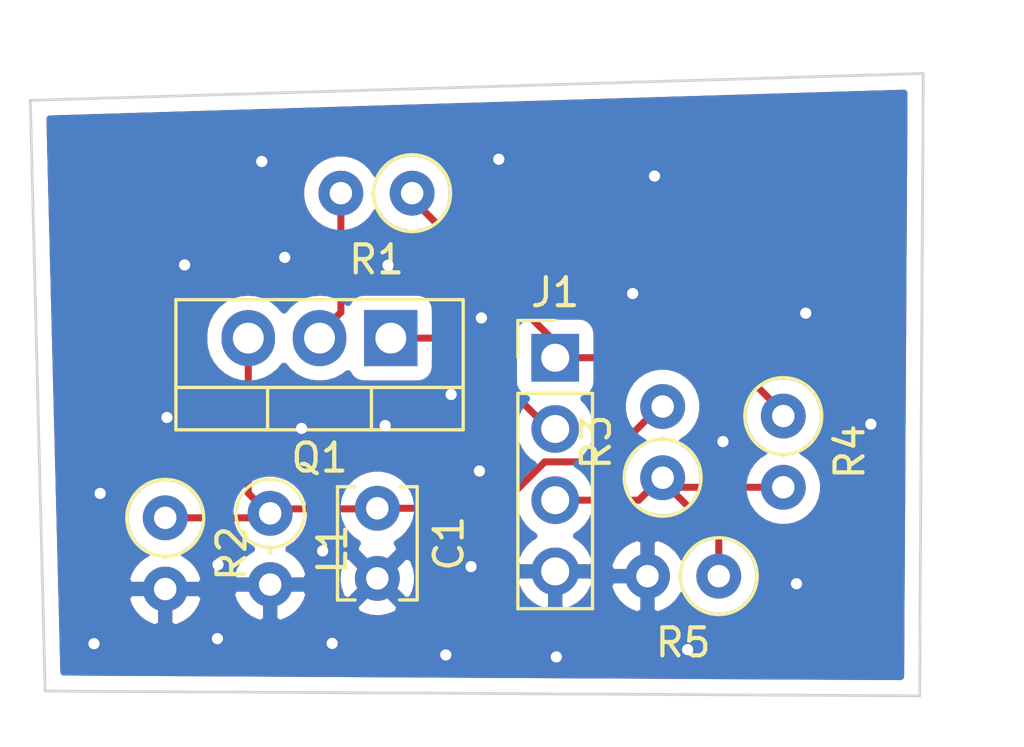
<source format=kicad_pcb>
(kicad_pcb (version 20171130) (host pcbnew 5.99.0+really5.1.10+dfsg1-1)

  (general
    (thickness 1.6)
    (drawings 4)
    (tracks 52)
    (zones 0)
    (modules 9)
    (nets 7)
  )

  (page A4)
  (layers
    (0 F.Cu signal)
    (31 B.Cu signal)
    (32 B.Adhes user)
    (33 F.Adhes user)
    (34 B.Paste user)
    (35 F.Paste user)
    (36 B.SilkS user)
    (37 F.SilkS user)
    (38 B.Mask user)
    (39 F.Mask user)
    (40 Dwgs.User user)
    (41 Cmts.User user)
    (42 Eco1.User user)
    (43 Eco2.User user)
    (44 Edge.Cuts user)
    (45 Margin user)
    (46 B.CrtYd user)
    (47 F.CrtYd user)
    (48 B.Fab user)
    (49 F.Fab user)
  )

  (setup
    (last_trace_width 0.25)
    (trace_clearance 0.2)
    (zone_clearance 0.508)
    (zone_45_only no)
    (trace_min 0.2)
    (via_size 0.8)
    (via_drill 0.4)
    (via_min_size 0.4)
    (via_min_drill 0.3)
    (uvia_size 0.3)
    (uvia_drill 0.1)
    (uvias_allowed no)
    (uvia_min_size 0.2)
    (uvia_min_drill 0.1)
    (edge_width 0.05)
    (segment_width 0.2)
    (pcb_text_width 0.3)
    (pcb_text_size 1.5 1.5)
    (mod_edge_width 0.12)
    (mod_text_size 1 1)
    (mod_text_width 0.15)
    (pad_size 1.524 1.524)
    (pad_drill 0.762)
    (pad_to_mask_clearance 0)
    (aux_axis_origin 0 0)
    (visible_elements FFFFFF7F)
    (pcbplotparams
      (layerselection 0x010f0_ffffffff)
      (usegerberextensions false)
      (usegerberattributes true)
      (usegerberadvancedattributes true)
      (creategerberjobfile true)
      (excludeedgelayer true)
      (linewidth 0.100000)
      (plotframeref false)
      (viasonmask false)
      (mode 1)
      (useauxorigin false)
      (hpglpennumber 1)
      (hpglpenspeed 20)
      (hpglpendiameter 15.000000)
      (psnegative false)
      (psa4output false)
      (plotreference true)
      (plotvalue true)
      (plotinvisibletext false)
      (padsonsilk false)
      (subtractmaskfromsilk false)
      (outputformat 1)
      (mirror false)
      (drillshape 0)
      (scaleselection 1)
      (outputdirectory "../out/"))
  )

  (net 0 "")
  (net 1 GND)
  (net 2 "Net-(C1-Pad1)")
  (net 3 aout)
  (net 4 din)
  (net 5 +3V3)
  (net 6 "Net-(Q1-Pad2)")

  (net_class Default "This is the default net class."
    (clearance 0.2)
    (trace_width 0.25)
    (via_dia 0.8)
    (via_drill 0.4)
    (uvia_dia 0.3)
    (uvia_drill 0.1)
    (add_net +3V3)
    (add_net GND)
    (add_net "Net-(C1-Pad1)")
    (add_net "Net-(Q1-Pad2)")
    (add_net aout)
    (add_net din)
  )

  (module Resistor_THT:R_Axial_DIN0207_L6.3mm_D2.5mm_P2.54mm_Vertical (layer F.Cu) (tedit 5AE5139B) (tstamp 60C2AAF5)
    (at 155.11 73 180)
    (descr "Resistor, Axial_DIN0207 series, Axial, Vertical, pin pitch=2.54mm, 0.25W = 1/4W, length*diameter=6.3*2.5mm^2, http://cdn-reichelt.de/documents/datenblatt/B400/1_4W%23YAG.pdf")
    (tags "Resistor Axial_DIN0207 series Axial Vertical pin pitch 2.54mm 0.25W = 1/4W length 6.3mm diameter 2.5mm")
    (path /60C11B61/60C15660)
    (fp_text reference R5 (at 1.27 -2.37) (layer F.SilkS)
      (effects (font (size 1 1) (thickness 0.15)))
    )
    (fp_text value R (at 1.27 2.37) (layer F.Fab)
      (effects (font (size 1 1) (thickness 0.15)))
    )
    (fp_text user %R (at 1.27 -2.37) (layer F.Fab)
      (effects (font (size 1 1) (thickness 0.15)))
    )
    (fp_circle (center 0 0) (end 1.25 0) (layer F.Fab) (width 0.1))
    (fp_circle (center 0 0) (end 1.37 0) (layer F.SilkS) (width 0.12))
    (fp_line (start 0 0) (end 2.54 0) (layer F.Fab) (width 0.1))
    (fp_line (start 1.37 0) (end 1.44 0) (layer F.SilkS) (width 0.12))
    (fp_line (start -1.5 -1.5) (end -1.5 1.5) (layer F.CrtYd) (width 0.05))
    (fp_line (start -1.5 1.5) (end 3.59 1.5) (layer F.CrtYd) (width 0.05))
    (fp_line (start 3.59 1.5) (end 3.59 -1.5) (layer F.CrtYd) (width 0.05))
    (fp_line (start 3.59 -1.5) (end -1.5 -1.5) (layer F.CrtYd) (width 0.05))
    (pad 2 thru_hole oval (at 2.54 0 180) (size 1.6 1.6) (drill 0.8) (layers *.Cu *.Mask)
      (net 1 GND))
    (pad 1 thru_hole circle (at 0 0 180) (size 1.6 1.6) (drill 0.8) (layers *.Cu *.Mask)
      (net 3 aout))
    (model ${KISYS3DMOD}/Resistor_THT.3dshapes/R_Axial_DIN0207_L6.3mm_D2.5mm_P2.54mm_Vertical.wrl
      (at (xyz 0 0 0))
      (scale (xyz 1 1 1))
      (rotate (xyz 0 0 0))
    )
  )

  (module Resistor_THT:R_Axial_DIN0207_L6.3mm_D2.5mm_P2.54mm_Vertical (layer F.Cu) (tedit 5AE5139B) (tstamp 60C2AAE6)
    (at 157.41 67.29 270)
    (descr "Resistor, Axial_DIN0207 series, Axial, Vertical, pin pitch=2.54mm, 0.25W = 1/4W, length*diameter=6.3*2.5mm^2, http://cdn-reichelt.de/documents/datenblatt/B400/1_4W%23YAG.pdf")
    (tags "Resistor Axial_DIN0207 series Axial Vertical pin pitch 2.54mm 0.25W = 1/4W length 6.3mm diameter 2.5mm")
    (path /60C11B61/60C152A8)
    (fp_text reference R4 (at 1.27 -2.37 90) (layer F.SilkS)
      (effects (font (size 1 1) (thickness 0.15)))
    )
    (fp_text value R (at 1.27 2.37 90) (layer F.Fab)
      (effects (font (size 1 1) (thickness 0.15)))
    )
    (fp_text user %R (at 1.27 -2.37 90) (layer F.Fab)
      (effects (font (size 1 1) (thickness 0.15)))
    )
    (fp_circle (center 0 0) (end 1.25 0) (layer F.Fab) (width 0.1))
    (fp_circle (center 0 0) (end 1.37 0) (layer F.SilkS) (width 0.12))
    (fp_line (start 0 0) (end 2.54 0) (layer F.Fab) (width 0.1))
    (fp_line (start 1.37 0) (end 1.44 0) (layer F.SilkS) (width 0.12))
    (fp_line (start -1.5 -1.5) (end -1.5 1.5) (layer F.CrtYd) (width 0.05))
    (fp_line (start -1.5 1.5) (end 3.59 1.5) (layer F.CrtYd) (width 0.05))
    (fp_line (start 3.59 1.5) (end 3.59 -1.5) (layer F.CrtYd) (width 0.05))
    (fp_line (start 3.59 -1.5) (end -1.5 -1.5) (layer F.CrtYd) (width 0.05))
    (pad 2 thru_hole oval (at 2.54 0 270) (size 1.6 1.6) (drill 0.8) (layers *.Cu *.Mask)
      (net 3 aout))
    (pad 1 thru_hole circle (at 0 0 270) (size 1.6 1.6) (drill 0.8) (layers *.Cu *.Mask)
      (net 5 +3V3))
    (model ${KISYS3DMOD}/Resistor_THT.3dshapes/R_Axial_DIN0207_L6.3mm_D2.5mm_P2.54mm_Vertical.wrl
      (at (xyz 0 0 0))
      (scale (xyz 1 1 1))
      (rotate (xyz 0 0 0))
    )
  )

  (module Resistor_THT:R_Axial_DIN0207_L6.3mm_D2.5mm_P2.54mm_Vertical (layer F.Cu) (tedit 5AE5139B) (tstamp 60C2AAD7)
    (at 153.11 69.49 90)
    (descr "Resistor, Axial_DIN0207 series, Axial, Vertical, pin pitch=2.54mm, 0.25W = 1/4W, length*diameter=6.3*2.5mm^2, http://cdn-reichelt.de/documents/datenblatt/B400/1_4W%23YAG.pdf")
    (tags "Resistor Axial_DIN0207 series Axial Vertical pin pitch 2.54mm 0.25W = 1/4W length 6.3mm diameter 2.5mm")
    (path /60C11B61/60C14E91)
    (fp_text reference R3 (at 1.27 -2.37 90) (layer F.SilkS)
      (effects (font (size 1 1) (thickness 0.15)))
    )
    (fp_text value R (at 1.27 2.37 90) (layer F.Fab)
      (effects (font (size 1 1) (thickness 0.15)))
    )
    (fp_text user %R (at 1.27 -2.37 90) (layer F.Fab)
      (effects (font (size 1 1) (thickness 0.15)))
    )
    (fp_circle (center 0 0) (end 1.25 0) (layer F.Fab) (width 0.1))
    (fp_circle (center 0 0) (end 1.37 0) (layer F.SilkS) (width 0.12))
    (fp_line (start 0 0) (end 2.54 0) (layer F.Fab) (width 0.1))
    (fp_line (start 1.37 0) (end 1.44 0) (layer F.SilkS) (width 0.12))
    (fp_line (start -1.5 -1.5) (end -1.5 1.5) (layer F.CrtYd) (width 0.05))
    (fp_line (start -1.5 1.5) (end 3.59 1.5) (layer F.CrtYd) (width 0.05))
    (fp_line (start 3.59 1.5) (end 3.59 -1.5) (layer F.CrtYd) (width 0.05))
    (fp_line (start 3.59 -1.5) (end -1.5 -1.5) (layer F.CrtYd) (width 0.05))
    (pad 2 thru_hole oval (at 2.54 0 90) (size 1.6 1.6) (drill 0.8) (layers *.Cu *.Mask)
      (net 2 "Net-(C1-Pad1)"))
    (pad 1 thru_hole circle (at 0 0 90) (size 1.6 1.6) (drill 0.8) (layers *.Cu *.Mask)
      (net 3 aout))
    (model ${KISYS3DMOD}/Resistor_THT.3dshapes/R_Axial_DIN0207_L6.3mm_D2.5mm_P2.54mm_Vertical.wrl
      (at (xyz 0 0 0))
      (scale (xyz 1 1 1))
      (rotate (xyz 0 0 0))
    )
  )

  (module Resistor_THT:R_Axial_DIN0207_L6.3mm_D2.5mm_P2.54mm_Vertical (layer F.Cu) (tedit 5AE5139B) (tstamp 60C2AAC8)
    (at 135.38 70.92 270)
    (descr "Resistor, Axial_DIN0207 series, Axial, Vertical, pin pitch=2.54mm, 0.25W = 1/4W, length*diameter=6.3*2.5mm^2, http://cdn-reichelt.de/documents/datenblatt/B400/1_4W%23YAG.pdf")
    (tags "Resistor Axial_DIN0207 series Axial Vertical pin pitch 2.54mm 0.25W = 1/4W length 6.3mm diameter 2.5mm")
    (path /60C11B61/60C12C69)
    (fp_text reference R2 (at 1.27 -2.37 90) (layer F.SilkS)
      (effects (font (size 1 1) (thickness 0.15)))
    )
    (fp_text value R (at 1.27 2.37 90) (layer F.Fab)
      (effects (font (size 1 1) (thickness 0.15)))
    )
    (fp_text user %R (at 1.27 -2.37 90) (layer F.Fab)
      (effects (font (size 1 1) (thickness 0.15)))
    )
    (fp_circle (center 0 0) (end 1.25 0) (layer F.Fab) (width 0.1))
    (fp_circle (center 0 0) (end 1.37 0) (layer F.SilkS) (width 0.12))
    (fp_line (start 0 0) (end 2.54 0) (layer F.Fab) (width 0.1))
    (fp_line (start 1.37 0) (end 1.44 0) (layer F.SilkS) (width 0.12))
    (fp_line (start -1.5 -1.5) (end -1.5 1.5) (layer F.CrtYd) (width 0.05))
    (fp_line (start -1.5 1.5) (end 3.59 1.5) (layer F.CrtYd) (width 0.05))
    (fp_line (start 3.59 1.5) (end 3.59 -1.5) (layer F.CrtYd) (width 0.05))
    (fp_line (start 3.59 -1.5) (end -1.5 -1.5) (layer F.CrtYd) (width 0.05))
    (pad 2 thru_hole oval (at 2.54 0 270) (size 1.6 1.6) (drill 0.8) (layers *.Cu *.Mask)
      (net 1 GND))
    (pad 1 thru_hole circle (at 0 0 270) (size 1.6 1.6) (drill 0.8) (layers *.Cu *.Mask)
      (net 2 "Net-(C1-Pad1)"))
    (model ${KISYS3DMOD}/Resistor_THT.3dshapes/R_Axial_DIN0207_L6.3mm_D2.5mm_P2.54mm_Vertical.wrl
      (at (xyz 0 0 0))
      (scale (xyz 1 1 1))
      (rotate (xyz 0 0 0))
    )
  )

  (module Resistor_THT:R_Axial_DIN0207_L6.3mm_D2.5mm_P2.54mm_Vertical (layer F.Cu) (tedit 5AE5139B) (tstamp 60C2AAB9)
    (at 144.18 59.34 180)
    (descr "Resistor, Axial_DIN0207 series, Axial, Vertical, pin pitch=2.54mm, 0.25W = 1/4W, length*diameter=6.3*2.5mm^2, http://cdn-reichelt.de/documents/datenblatt/B400/1_4W%23YAG.pdf")
    (tags "Resistor Axial_DIN0207 series Axial Vertical pin pitch 2.54mm 0.25W = 1/4W length 6.3mm diameter 2.5mm")
    (path /60C11B61/60C12EAB)
    (fp_text reference R1 (at 1.27 -2.37) (layer F.SilkS)
      (effects (font (size 1 1) (thickness 0.15)))
    )
    (fp_text value R (at 1.27 2.37) (layer F.Fab)
      (effects (font (size 1 1) (thickness 0.15)))
    )
    (fp_text user %R (at 1.27 -2.37) (layer F.Fab)
      (effects (font (size 1 1) (thickness 0.15)))
    )
    (fp_circle (center 0 0) (end 1.25 0) (layer F.Fab) (width 0.1))
    (fp_circle (center 0 0) (end 1.37 0) (layer F.SilkS) (width 0.12))
    (fp_line (start 0 0) (end 2.54 0) (layer F.Fab) (width 0.1))
    (fp_line (start 1.37 0) (end 1.44 0) (layer F.SilkS) (width 0.12))
    (fp_line (start -1.5 -1.5) (end -1.5 1.5) (layer F.CrtYd) (width 0.05))
    (fp_line (start -1.5 1.5) (end 3.59 1.5) (layer F.CrtYd) (width 0.05))
    (fp_line (start 3.59 1.5) (end 3.59 -1.5) (layer F.CrtYd) (width 0.05))
    (fp_line (start 3.59 -1.5) (end -1.5 -1.5) (layer F.CrtYd) (width 0.05))
    (pad 2 thru_hole oval (at 2.54 0 180) (size 1.6 1.6) (drill 0.8) (layers *.Cu *.Mask)
      (net 6 "Net-(Q1-Pad2)"))
    (pad 1 thru_hole circle (at 0 0 180) (size 1.6 1.6) (drill 0.8) (layers *.Cu *.Mask)
      (net 5 +3V3))
    (model ${KISYS3DMOD}/Resistor_THT.3dshapes/R_Axial_DIN0207_L6.3mm_D2.5mm_P2.54mm_Vertical.wrl
      (at (xyz 0 0 0))
      (scale (xyz 1 1 1))
      (rotate (xyz 0 0 0))
    )
  )

  (module Package_TO_SOT_THT:TO-220-3_Vertical (layer F.Cu) (tedit 5AC8BA0D) (tstamp 60C2AAAA)
    (at 143.42 64.51 180)
    (descr "TO-220-3, Vertical, RM 2.54mm, see https://www.vishay.com/docs/66542/to-220-1.pdf")
    (tags "TO-220-3 Vertical RM 2.54mm")
    (path /60C11B61/60C127AE)
    (fp_text reference Q1 (at 2.54 -4.27) (layer F.SilkS)
      (effects (font (size 1 1) (thickness 0.15)))
    )
    (fp_text value FQP27P06 (at 2.54 2.5) (layer F.Fab)
      (effects (font (size 1 1) (thickness 0.15)))
    )
    (fp_text user %R (at 2.54 -4.27) (layer F.Fab)
      (effects (font (size 1 1) (thickness 0.15)))
    )
    (fp_line (start -2.46 -3.15) (end -2.46 1.25) (layer F.Fab) (width 0.1))
    (fp_line (start -2.46 1.25) (end 7.54 1.25) (layer F.Fab) (width 0.1))
    (fp_line (start 7.54 1.25) (end 7.54 -3.15) (layer F.Fab) (width 0.1))
    (fp_line (start 7.54 -3.15) (end -2.46 -3.15) (layer F.Fab) (width 0.1))
    (fp_line (start -2.46 -1.88) (end 7.54 -1.88) (layer F.Fab) (width 0.1))
    (fp_line (start 0.69 -3.15) (end 0.69 -1.88) (layer F.Fab) (width 0.1))
    (fp_line (start 4.39 -3.15) (end 4.39 -1.88) (layer F.Fab) (width 0.1))
    (fp_line (start -2.58 -3.27) (end 7.66 -3.27) (layer F.SilkS) (width 0.12))
    (fp_line (start -2.58 1.371) (end 7.66 1.371) (layer F.SilkS) (width 0.12))
    (fp_line (start -2.58 -3.27) (end -2.58 1.371) (layer F.SilkS) (width 0.12))
    (fp_line (start 7.66 -3.27) (end 7.66 1.371) (layer F.SilkS) (width 0.12))
    (fp_line (start -2.58 -1.76) (end 7.66 -1.76) (layer F.SilkS) (width 0.12))
    (fp_line (start 0.69 -3.27) (end 0.69 -1.76) (layer F.SilkS) (width 0.12))
    (fp_line (start 4.391 -3.27) (end 4.391 -1.76) (layer F.SilkS) (width 0.12))
    (fp_line (start -2.71 -3.4) (end -2.71 1.51) (layer F.CrtYd) (width 0.05))
    (fp_line (start -2.71 1.51) (end 7.79 1.51) (layer F.CrtYd) (width 0.05))
    (fp_line (start 7.79 1.51) (end 7.79 -3.4) (layer F.CrtYd) (width 0.05))
    (fp_line (start 7.79 -3.4) (end -2.71 -3.4) (layer F.CrtYd) (width 0.05))
    (pad 3 thru_hole oval (at 5.08 0 180) (size 1.905 2) (drill 1.1) (layers *.Cu *.Mask)
      (net 2 "Net-(C1-Pad1)"))
    (pad 2 thru_hole oval (at 2.54 0 180) (size 1.905 2) (drill 1.1) (layers *.Cu *.Mask)
      (net 6 "Net-(Q1-Pad2)"))
    (pad 1 thru_hole rect (at 0 0 180) (size 1.905 2) (drill 1.1) (layers *.Cu *.Mask)
      (net 4 din))
    (model ${KISYS3DMOD}/Package_TO_SOT_THT.3dshapes/TO-220-3_Vertical.wrl
      (at (xyz 0 0 0))
      (scale (xyz 1 1 1))
      (rotate (xyz 0 0 0))
    )
  )

  (module Inductor_THT:L_Axial_L5.3mm_D2.2mm_P2.54mm_Vertical_Vishay_IM-1 (layer F.Cu) (tedit 5AE59B05) (tstamp 60C2AA90)
    (at 139.12 70.76 270)
    (descr "Inductor, Axial series, Axial, Vertical, pin pitch=2.54mm, , length*diameter=5.3*2.2mm^2, Vishay, IM-1, http://www.vishay.com/docs/34030/im.pdf")
    (tags "Inductor Axial series Axial Vertical pin pitch 2.54mm  length 5.3mm diameter 2.2mm Vishay IM-1")
    (path /60C11B61/60C1394D)
    (fp_text reference L1 (at 1.27 -2.22 90) (layer F.SilkS)
      (effects (font (size 1 1) (thickness 0.15)))
    )
    (fp_text value L (at 1.27 2.22 90) (layer F.Fab)
      (effects (font (size 1 1) (thickness 0.15)))
    )
    (fp_text user %R (at 1.27 -2.22 90) (layer F.Fab)
      (effects (font (size 1 1) (thickness 0.15)))
    )
    (fp_circle (center 0 0) (end 1.1 0) (layer F.Fab) (width 0.1))
    (fp_circle (center 0 0) (end 1.22 0) (layer F.SilkS) (width 0.12))
    (fp_line (start 0 0) (end 2.54 0) (layer F.Fab) (width 0.1))
    (fp_line (start 1.22 0) (end 1.44 0) (layer F.SilkS) (width 0.12))
    (fp_line (start -1.35 -1.35) (end -1.35 1.35) (layer F.CrtYd) (width 0.05))
    (fp_line (start -1.35 1.35) (end 3.59 1.35) (layer F.CrtYd) (width 0.05))
    (fp_line (start 3.59 1.35) (end 3.59 -1.35) (layer F.CrtYd) (width 0.05))
    (fp_line (start 3.59 -1.35) (end -1.35 -1.35) (layer F.CrtYd) (width 0.05))
    (pad 2 thru_hole oval (at 2.54 0 270) (size 1.6 1.6) (drill 0.8) (layers *.Cu *.Mask)
      (net 1 GND))
    (pad 1 thru_hole circle (at 0 0 270) (size 1.6 1.6) (drill 0.8) (layers *.Cu *.Mask)
      (net 2 "Net-(C1-Pad1)"))
    (model ${KISYS3DMOD}/Inductor_THT.3dshapes/L_Axial_L5.3mm_D2.2mm_P2.54mm_Vertical_Vishay_IM-1.wrl
      (at (xyz 0 0 0))
      (scale (xyz 1 1 1))
      (rotate (xyz 0 0 0))
    )
  )

  (module Connector_PinHeader_2.54mm:PinHeader_1x04_P2.54mm_Vertical (layer F.Cu) (tedit 59FED5CC) (tstamp 60C2AA81)
    (at 149.28 65.21)
    (descr "Through hole straight pin header, 1x04, 2.54mm pitch, single row")
    (tags "Through hole pin header THT 1x04 2.54mm single row")
    (path /60C11B61/60C2805B)
    (fp_text reference J1 (at 0 -2.33) (layer F.SilkS)
      (effects (font (size 1 1) (thickness 0.15)))
    )
    (fp_text value Conn_01x04_Male (at 0 9.95) (layer F.Fab)
      (effects (font (size 1 1) (thickness 0.15)))
    )
    (fp_text user %R (at 0 3.81 90) (layer F.Fab)
      (effects (font (size 1 1) (thickness 0.15)))
    )
    (fp_line (start -0.635 -1.27) (end 1.27 -1.27) (layer F.Fab) (width 0.1))
    (fp_line (start 1.27 -1.27) (end 1.27 8.89) (layer F.Fab) (width 0.1))
    (fp_line (start 1.27 8.89) (end -1.27 8.89) (layer F.Fab) (width 0.1))
    (fp_line (start -1.27 8.89) (end -1.27 -0.635) (layer F.Fab) (width 0.1))
    (fp_line (start -1.27 -0.635) (end -0.635 -1.27) (layer F.Fab) (width 0.1))
    (fp_line (start -1.33 8.95) (end 1.33 8.95) (layer F.SilkS) (width 0.12))
    (fp_line (start -1.33 1.27) (end -1.33 8.95) (layer F.SilkS) (width 0.12))
    (fp_line (start 1.33 1.27) (end 1.33 8.95) (layer F.SilkS) (width 0.12))
    (fp_line (start -1.33 1.27) (end 1.33 1.27) (layer F.SilkS) (width 0.12))
    (fp_line (start -1.33 0) (end -1.33 -1.33) (layer F.SilkS) (width 0.12))
    (fp_line (start -1.33 -1.33) (end 0 -1.33) (layer F.SilkS) (width 0.12))
    (fp_line (start -1.8 -1.8) (end -1.8 9.4) (layer F.CrtYd) (width 0.05))
    (fp_line (start -1.8 9.4) (end 1.8 9.4) (layer F.CrtYd) (width 0.05))
    (fp_line (start 1.8 9.4) (end 1.8 -1.8) (layer F.CrtYd) (width 0.05))
    (fp_line (start 1.8 -1.8) (end -1.8 -1.8) (layer F.CrtYd) (width 0.05))
    (pad 4 thru_hole oval (at 0 7.62) (size 1.7 1.7) (drill 1) (layers *.Cu *.Mask)
      (net 1 GND))
    (pad 3 thru_hole oval (at 0 5.08) (size 1.7 1.7) (drill 1) (layers *.Cu *.Mask)
      (net 3 aout))
    (pad 2 thru_hole oval (at 0 2.54) (size 1.7 1.7) (drill 1) (layers *.Cu *.Mask)
      (net 4 din))
    (pad 1 thru_hole rect (at 0 0) (size 1.7 1.7) (drill 1) (layers *.Cu *.Mask)
      (net 5 +3V3))
    (model ${KISYS3DMOD}/Connector_PinHeader_2.54mm.3dshapes/PinHeader_1x04_P2.54mm_Vertical.wrl
      (at (xyz 0 0 0))
      (scale (xyz 1 1 1))
      (rotate (xyz 0 0 0))
    )
  )

  (module Capacitor_THT:C_Disc_D3.8mm_W2.6mm_P2.50mm (layer F.Cu) (tedit 5AE50EF0) (tstamp 60C2AA69)
    (at 142.94 70.58 270)
    (descr "C, Disc series, Radial, pin pitch=2.50mm, , diameter*width=3.8*2.6mm^2, Capacitor, http://www.vishay.com/docs/45233/krseries.pdf")
    (tags "C Disc series Radial pin pitch 2.50mm  diameter 3.8mm width 2.6mm Capacitor")
    (path /60C11B61/60C143B1)
    (fp_text reference C1 (at 1.25 -2.55 90) (layer F.SilkS)
      (effects (font (size 1 1) (thickness 0.15)))
    )
    (fp_text value C (at 1.25 2.55 90) (layer F.Fab)
      (effects (font (size 1 1) (thickness 0.15)))
    )
    (fp_text user %R (at 1.25 0 90) (layer F.Fab)
      (effects (font (size 0.76 0.76) (thickness 0.114)))
    )
    (fp_line (start -0.65 -1.3) (end -0.65 1.3) (layer F.Fab) (width 0.1))
    (fp_line (start -0.65 1.3) (end 3.15 1.3) (layer F.Fab) (width 0.1))
    (fp_line (start 3.15 1.3) (end 3.15 -1.3) (layer F.Fab) (width 0.1))
    (fp_line (start 3.15 -1.3) (end -0.65 -1.3) (layer F.Fab) (width 0.1))
    (fp_line (start -0.77 -1.42) (end 3.27 -1.42) (layer F.SilkS) (width 0.12))
    (fp_line (start -0.77 1.42) (end 3.27 1.42) (layer F.SilkS) (width 0.12))
    (fp_line (start -0.77 -1.42) (end -0.77 -0.795) (layer F.SilkS) (width 0.12))
    (fp_line (start -0.77 0.795) (end -0.77 1.42) (layer F.SilkS) (width 0.12))
    (fp_line (start 3.27 -1.42) (end 3.27 -0.795) (layer F.SilkS) (width 0.12))
    (fp_line (start 3.27 0.795) (end 3.27 1.42) (layer F.SilkS) (width 0.12))
    (fp_line (start -1.05 -1.55) (end -1.05 1.55) (layer F.CrtYd) (width 0.05))
    (fp_line (start -1.05 1.55) (end 3.55 1.55) (layer F.CrtYd) (width 0.05))
    (fp_line (start 3.55 1.55) (end 3.55 -1.55) (layer F.CrtYd) (width 0.05))
    (fp_line (start 3.55 -1.55) (end -1.05 -1.55) (layer F.CrtYd) (width 0.05))
    (pad 2 thru_hole circle (at 2.5 0 270) (size 1.6 1.6) (drill 0.8) (layers *.Cu *.Mask)
      (net 1 GND))
    (pad 1 thru_hole circle (at 0 0 270) (size 1.6 1.6) (drill 0.8) (layers *.Cu *.Mask)
      (net 2 "Net-(C1-Pad1)"))
    (model ${KISYS3DMOD}/Capacitor_THT.3dshapes/C_Disc_D3.8mm_W2.6mm_P2.50mm.wrl
      (at (xyz 0 0 0))
      (scale (xyz 1 1 1))
      (rotate (xyz 0 0 0))
    )
  )

  (gr_line (start 162.4 55.07) (end 162.27 77.27) (layer Edge.Cuts) (width 0.1))
  (gr_line (start 130.57 56.03) (end 162.4 55.07) (layer Edge.Cuts) (width 0.1))
  (gr_line (start 131.1 77.1) (end 130.57 56.03) (layer Edge.Cuts) (width 0.1))
  (gr_line (start 162.27 77.27) (end 131.1 77.1) (layer Edge.Cuts) (width 0.1))

  (via (at 146.58 69.25) (size 0.8) (drill 0.4) (layers F.Cu B.Cu) (net 1))
  (via (at 145.57 66.52) (size 0.8) (drill 0.4) (layers F.Cu B.Cu) (net 1))
  (via (at 140.24 67.73) (size 0.8) (drill 0.4) (layers F.Cu B.Cu) (net 1))
  (via (at 143.22 67.63) (size 0.8) (drill 0.4) (layers F.Cu B.Cu) (net 1))
  (via (at 143.32 61.91) (size 0.8) (drill 0.4) (layers F.Cu B.Cu) (net 1))
  (via (at 155.26 68.2) (size 0.8) (drill 0.4) (layers F.Cu B.Cu) (net 1))
  (via (at 146.65 63.79) (size 0.8) (drill 0.4) (layers F.Cu B.Cu) (net 1))
  (via (at 152.82 58.73) (size 0.8) (drill 0.4) (layers F.Cu B.Cu) (net 1))
  (via (at 147.27 58.13) (size 0.8) (drill 0.4) (layers F.Cu B.Cu) (net 1))
  (via (at 152.04 62.92) (size 0.8) (drill 0.4) (layers F.Cu B.Cu) (net 1))
  (via (at 158.21 63.62) (size 0.8) (drill 0.4) (layers F.Cu B.Cu) (net 1))
  (via (at 160.53 67.58) (size 0.8) (drill 0.4) (layers F.Cu B.Cu) (net 1))
  (via (at 157.88 73.27) (size 0.8) (drill 0.4) (layers F.Cu B.Cu) (net 1))
  (via (at 154 75.62) (size 0.8) (drill 0.4) (layers F.Cu B.Cu) (net 1))
  (via (at 149.32 75.88) (size 0.8) (drill 0.4) (layers F.Cu B.Cu) (net 1))
  (via (at 146.28 72.66) (size 0.8) (drill 0.4) (layers F.Cu B.Cu) (net 1))
  (via (at 140.99 72.1) (size 0.8) (drill 0.4) (layers F.Cu B.Cu) (net 1))
  (via (at 137.26 72.59) (size 0.8) (drill 0.4) (layers F.Cu B.Cu) (net 1))
  (via (at 135.44 67.34) (size 0.8) (drill 0.4) (layers F.Cu B.Cu) (net 1))
  (via (at 136.07 61.9) (size 0.8) (drill 0.4) (layers F.Cu B.Cu) (net 1))
  (via (at 139.64 61.63) (size 0.8) (drill 0.4) (layers F.Cu B.Cu) (net 1))
  (via (at 138.82 58.21) (size 0.8) (drill 0.4) (layers F.Cu B.Cu) (net 1))
  (via (at 133.06 70.05) (size 0.8) (drill 0.4) (layers F.Cu B.Cu) (net 1))
  (via (at 132.84 75.41) (size 0.8) (drill 0.4) (layers F.Cu B.Cu) (net 1))
  (via (at 137.24 75.23) (size 0.8) (drill 0.4) (layers F.Cu B.Cu) (net 1))
  (via (at 141.33 75.4) (size 0.8) (drill 0.4) (layers F.Cu B.Cu) (net 1))
  (via (at 145.38 75.81) (size 0.8) (drill 0.4) (layers F.Cu B.Cu) (net 1))
  (segment (start 148.905997 68.925001) (end 151.024999 68.925001) (width 0.25) (layer F.Cu) (net 2))
  (segment (start 147.250998 70.58) (end 148.905997 68.925001) (width 0.25) (layer F.Cu) (net 2))
  (segment (start 142.94 70.58) (end 147.250998 70.58) (width 0.25) (layer F.Cu) (net 2))
  (segment (start 151.024999 68.925001) (end 153 66.95) (width 0.25) (layer F.Cu) (net 2))
  (segment (start 135.38 70.92) (end 138.95 70.92) (width 0.25) (layer F.Cu) (net 2))
  (segment (start 138.95 70.92) (end 139.03 70.84) (width 0.25) (layer F.Cu) (net 2))
  (segment (start 139.03 70.84) (end 139.27 70.6) (width 0.25) (layer F.Cu) (net 2))
  (segment (start 139.27 70.6) (end 142.82 70.6) (width 0.25) (layer F.Cu) (net 2))
  (segment (start 138.34 64.51) (end 138.34 70.04) (width 0.25) (layer F.Cu) (net 2))
  (segment (start 138.34 70.04) (end 139.01 70.71) (width 0.25) (layer F.Cu) (net 2))
  (segment (start 157.41 69.83) (end 153.35 69.83) (width 0.25) (layer F.Cu) (net 3))
  (segment (start 153.35 69.83) (end 153.04 69.52) (width 0.25) (layer F.Cu) (net 3))
  (segment (start 155.11 73) (end 155.11 71.61) (width 0.25) (layer F.Cu) (net 3))
  (segment (start 155.11 71.61) (end 153.1 69.6) (width 0.25) (layer F.Cu) (net 3))
  (segment (start 149.28 70.29) (end 152.26 70.29) (width 0.25) (layer F.Cu) (net 3))
  (segment (start 152.26 70.29) (end 152.98 69.57) (width 0.25) (layer F.Cu) (net 3))
  (segment (start 143.42 64.51) (end 145.82 64.51) (width 0.25) (layer F.Cu) (net 4))
  (segment (start 145.82 64.51) (end 149.12 67.81) (width 0.25) (layer F.Cu) (net 4))
  (segment (start 149.28 65.21) (end 149.28 64.65) (width 0.25) (layer F.Cu) (net 5))
  (segment (start 149.28 64.65) (end 144.14 59.51) (width 0.25) (layer F.Cu) (net 5))
  (segment (start 149.28 65.21) (end 155.45 65.21) (width 0.25) (layer F.Cu) (net 5))
  (segment (start 155.45 65.21) (end 157.39 67.15) (width 0.25) (layer F.Cu) (net 5))
  (segment (start 157.39 67.15) (end 157.41 67.15) (width 0.25) (layer F.Cu) (net 5))
  (segment (start 141.64 59.34) (end 141.64 63.59) (width 0.25) (layer F.Cu) (net 6))
  (segment (start 141.64 63.59) (end 140.91 64.32) (width 0.25) (layer F.Cu) (net 6))

  (zone (net 1) (net_name GND) (layer F.Cu) (tstamp 60C2B0BD) (hatch edge 0.508)
    (connect_pads (clearance 0.508))
    (min_thickness 0.254)
    (fill yes (arc_segments 32) (thermal_gap 0.508) (thermal_bridge_width 0.508))
    (polygon
      (pts
        (xy 163.08 77.7) (xy 129.49 77.65) (xy 129.59 55.08) (xy 163.23 54.09)
      )
    )
    (filled_polygon
      (pts
        (xy 161.589022 76.581276) (xy 131.768077 76.418634) (xy 131.702435 73.80904) (xy 133.988091 73.80904) (xy 134.08293 74.073881)
        (xy 134.227615 74.315131) (xy 134.416586 74.523519) (xy 134.64258 74.691037) (xy 134.896913 74.811246) (xy 135.030961 74.851904)
        (xy 135.253 74.729915) (xy 135.253 73.587) (xy 135.507 73.587) (xy 135.507 74.729915) (xy 135.729039 74.851904)
        (xy 135.863087 74.811246) (xy 136.11742 74.691037) (xy 136.343414 74.523519) (xy 136.532385 74.315131) (xy 136.67707 74.073881)
        (xy 136.771909 73.80904) (xy 136.684513 73.64904) (xy 137.728091 73.64904) (xy 137.82293 73.913881) (xy 137.967615 74.155131)
        (xy 138.156586 74.363519) (xy 138.38258 74.531037) (xy 138.636913 74.651246) (xy 138.770961 74.691904) (xy 138.993 74.569915)
        (xy 138.993 73.427) (xy 139.247 73.427) (xy 139.247 74.569915) (xy 139.469039 74.691904) (xy 139.603087 74.651246)
        (xy 139.85742 74.531037) (xy 140.083414 74.363519) (xy 140.272385 74.155131) (xy 140.32182 74.072702) (xy 142.126903 74.072702)
        (xy 142.198486 74.316671) (xy 142.453996 74.437571) (xy 142.728184 74.5063) (xy 143.010512 74.520217) (xy 143.29013 74.478787)
        (xy 143.556292 74.383603) (xy 143.681514 74.316671) (xy 143.753097 74.072702) (xy 142.94 73.259605) (xy 142.126903 74.072702)
        (xy 140.32182 74.072702) (xy 140.41707 73.913881) (xy 140.511909 73.64904) (xy 140.390624 73.427) (xy 139.247 73.427)
        (xy 138.993 73.427) (xy 137.849376 73.427) (xy 137.728091 73.64904) (xy 136.684513 73.64904) (xy 136.650624 73.587)
        (xy 135.507 73.587) (xy 135.253 73.587) (xy 134.109376 73.587) (xy 133.988091 73.80904) (xy 131.702435 73.80904)
        (xy 131.626208 70.778665) (xy 133.945 70.778665) (xy 133.945 71.061335) (xy 134.000147 71.338574) (xy 134.10832 71.599727)
        (xy 134.265363 71.834759) (xy 134.465241 72.034637) (xy 134.700273 72.19168) (xy 134.711565 72.196357) (xy 134.64258 72.228963)
        (xy 134.416586 72.396481) (xy 134.227615 72.604869) (xy 134.08293 72.846119) (xy 133.988091 73.11096) (xy 134.109376 73.333)
        (xy 135.253 73.333) (xy 135.253 73.313) (xy 135.507 73.313) (xy 135.507 73.333) (xy 136.650624 73.333)
        (xy 136.771909 73.11096) (xy 136.67707 72.846119) (xy 136.532385 72.604869) (xy 136.343414 72.396481) (xy 136.11742 72.228963)
        (xy 136.048435 72.196357) (xy 136.059727 72.19168) (xy 136.294759 72.034637) (xy 136.494637 71.834759) (xy 136.598043 71.68)
        (xy 138.010604 71.68) (xy 138.205241 71.874637) (xy 138.440273 72.03168) (xy 138.451565 72.036357) (xy 138.38258 72.068963)
        (xy 138.156586 72.236481) (xy 137.967615 72.444869) (xy 137.82293 72.686119) (xy 137.728091 72.95096) (xy 137.849376 73.173)
        (xy 138.993 73.173) (xy 138.993 73.153) (xy 139.247 73.153) (xy 139.247 73.173) (xy 140.390624 73.173)
        (xy 140.402907 73.150512) (xy 141.499783 73.150512) (xy 141.541213 73.43013) (xy 141.636397 73.696292) (xy 141.703329 73.821514)
        (xy 141.947298 73.893097) (xy 142.760395 73.08) (xy 143.119605 73.08) (xy 143.932702 73.893097) (xy 144.176671 73.821514)
        (xy 144.297571 73.566004) (xy 144.3663 73.291816) (xy 144.371472 73.18689) (xy 147.838524 73.18689) (xy 147.883175 73.334099)
        (xy 148.008359 73.59692) (xy 148.182412 73.830269) (xy 148.398645 74.025178) (xy 148.648748 74.174157) (xy 148.923109 74.271481)
        (xy 149.153 74.150814) (xy 149.153 72.957) (xy 149.407 72.957) (xy 149.407 74.150814) (xy 149.636891 74.271481)
        (xy 149.911252 74.174157) (xy 150.161355 74.025178) (xy 150.377588 73.830269) (xy 150.551641 73.59692) (xy 150.669708 73.349039)
        (xy 151.178096 73.349039) (xy 151.218754 73.483087) (xy 151.338963 73.73742) (xy 151.506481 73.963414) (xy 151.714869 74.152385)
        (xy 151.956119 74.29707) (xy 152.22096 74.391909) (xy 152.443 74.270624) (xy 152.443 73.127) (xy 151.300085 73.127)
        (xy 151.178096 73.349039) (xy 150.669708 73.349039) (xy 150.676825 73.334099) (xy 150.721476 73.18689) (xy 150.600155 72.957)
        (xy 149.407 72.957) (xy 149.153 72.957) (xy 147.959845 72.957) (xy 147.838524 73.18689) (xy 144.371472 73.18689)
        (xy 144.380217 73.009488) (xy 144.338787 72.72987) (xy 144.243603 72.463708) (xy 144.176671 72.338486) (xy 143.932702 72.266903)
        (xy 143.119605 73.08) (xy 142.760395 73.08) (xy 141.947298 72.266903) (xy 141.703329 72.338486) (xy 141.582429 72.593996)
        (xy 141.5137 72.868184) (xy 141.499783 73.150512) (xy 140.402907 73.150512) (xy 140.511909 72.95096) (xy 140.41707 72.686119)
        (xy 140.272385 72.444869) (xy 140.083414 72.236481) (xy 139.85742 72.068963) (xy 139.788435 72.036357) (xy 139.799727 72.03168)
        (xy 140.034759 71.874637) (xy 140.234637 71.674759) (xy 140.39168 71.439727) (xy 140.424704 71.36) (xy 141.73532 71.36)
        (xy 141.825363 71.494759) (xy 142.025241 71.694637) (xy 142.225869 71.828692) (xy 142.198486 71.843329) (xy 142.126903 72.087298)
        (xy 142.94 72.900395) (xy 143.753097 72.087298) (xy 143.681514 71.843329) (xy 143.652659 71.829676) (xy 143.854759 71.694637)
        (xy 144.054637 71.494759) (xy 144.158043 71.34) (xy 147.213676 71.34) (xy 147.250998 71.343676) (xy 147.28832 71.34)
        (xy 147.288331 71.34) (xy 147.399984 71.329003) (xy 147.543245 71.285546) (xy 147.675274 71.214974) (xy 147.790999 71.120001)
        (xy 147.814802 71.090997) (xy 147.94889 70.956909) (xy 147.96401 70.993411) (xy 148.126525 71.236632) (xy 148.333368 71.443475)
        (xy 148.515534 71.565195) (xy 148.398645 71.634822) (xy 148.182412 71.829731) (xy 148.008359 72.06308) (xy 147.883175 72.325901)
        (xy 147.838524 72.47311) (xy 147.959845 72.703) (xy 149.153 72.703) (xy 149.153 72.683) (xy 149.407 72.683)
        (xy 149.407 72.703) (xy 150.600155 72.703) (xy 150.627617 72.650961) (xy 151.178096 72.650961) (xy 151.300085 72.873)
        (xy 152.443 72.873) (xy 152.443 71.729376) (xy 152.22096 71.608091) (xy 151.956119 71.70293) (xy 151.714869 71.847615)
        (xy 151.506481 72.036586) (xy 151.338963 72.26258) (xy 151.218754 72.516913) (xy 151.178096 72.650961) (xy 150.627617 72.650961)
        (xy 150.721476 72.47311) (xy 150.676825 72.325901) (xy 150.551641 72.06308) (xy 150.377588 71.829731) (xy 150.161355 71.634822)
        (xy 150.044466 71.565195) (xy 150.226632 71.443475) (xy 150.433475 71.236632) (xy 150.558178 71.05) (xy 152.222678 71.05)
        (xy 152.26 71.053676) (xy 152.297322 71.05) (xy 152.297333 71.05) (xy 152.408986 71.039003) (xy 152.552247 70.995546)
        (xy 152.684276 70.924974) (xy 152.739733 70.879462) (xy 152.968665 70.925) (xy 153.251335 70.925) (xy 153.333796 70.908597)
        (xy 154.26437 71.839172) (xy 154.195241 71.885363) (xy 153.995363 72.085241) (xy 153.83832 72.320273) (xy 153.833643 72.331565)
        (xy 153.801037 72.26258) (xy 153.633519 72.036586) (xy 153.425131 71.847615) (xy 153.183881 71.70293) (xy 152.91904 71.608091)
        (xy 152.697 71.729376) (xy 152.697 72.873) (xy 152.717 72.873) (xy 152.717 73.127) (xy 152.697 73.127)
        (xy 152.697 74.270624) (xy 152.91904 74.391909) (xy 153.183881 74.29707) (xy 153.425131 74.152385) (xy 153.633519 73.963414)
        (xy 153.801037 73.73742) (xy 153.833643 73.668435) (xy 153.83832 73.679727) (xy 153.995363 73.914759) (xy 154.195241 74.114637)
        (xy 154.430273 74.27168) (xy 154.691426 74.379853) (xy 154.968665 74.435) (xy 155.251335 74.435) (xy 155.528574 74.379853)
        (xy 155.789727 74.27168) (xy 156.024759 74.114637) (xy 156.224637 73.914759) (xy 156.38168 73.679727) (xy 156.489853 73.418574)
        (xy 156.545 73.141335) (xy 156.545 72.858665) (xy 156.489853 72.581426) (xy 156.38168 72.320273) (xy 156.224637 72.085241)
        (xy 156.024759 71.885363) (xy 155.87 71.781957) (xy 155.87 71.647322) (xy 155.873676 71.609999) (xy 155.87 71.572676)
        (xy 155.87 71.572667) (xy 155.859003 71.461014) (xy 155.815546 71.317753) (xy 155.744974 71.185724) (xy 155.650001 71.069999)
        (xy 155.621003 71.046201) (xy 155.164802 70.59) (xy 156.191957 70.59) (xy 156.295363 70.744759) (xy 156.495241 70.944637)
        (xy 156.730273 71.10168) (xy 156.991426 71.209853) (xy 157.268665 71.265) (xy 157.551335 71.265) (xy 157.828574 71.209853)
        (xy 158.089727 71.10168) (xy 158.324759 70.944637) (xy 158.524637 70.744759) (xy 158.68168 70.509727) (xy 158.789853 70.248574)
        (xy 158.845 69.971335) (xy 158.845 69.688665) (xy 158.789853 69.411426) (xy 158.68168 69.150273) (xy 158.524637 68.915241)
        (xy 158.324759 68.715363) (xy 158.092241 68.56) (xy 158.324759 68.404637) (xy 158.524637 68.204759) (xy 158.68168 67.969727)
        (xy 158.789853 67.708574) (xy 158.845 67.431335) (xy 158.845 67.148665) (xy 158.789853 66.871426) (xy 158.68168 66.610273)
        (xy 158.524637 66.375241) (xy 158.324759 66.175363) (xy 158.089727 66.01832) (xy 157.828574 65.910147) (xy 157.551335 65.855)
        (xy 157.268665 65.855) (xy 157.186204 65.871403) (xy 156.013804 64.699003) (xy 155.990001 64.669999) (xy 155.874276 64.575026)
        (xy 155.742247 64.504454) (xy 155.598986 64.460997) (xy 155.487333 64.45) (xy 155.487322 64.45) (xy 155.45 64.446324)
        (xy 155.412678 64.45) (xy 150.768072 64.45) (xy 150.768072 64.36) (xy 150.755812 64.235518) (xy 150.719502 64.11582)
        (xy 150.660537 64.005506) (xy 150.581185 63.908815) (xy 150.484494 63.829463) (xy 150.37418 63.770498) (xy 150.254482 63.734188)
        (xy 150.13 63.721928) (xy 149.42673 63.721928) (xy 145.531595 59.826794) (xy 145.559853 59.758574) (xy 145.615 59.481335)
        (xy 145.615 59.198665) (xy 145.559853 58.921426) (xy 145.45168 58.660273) (xy 145.294637 58.425241) (xy 145.094759 58.225363)
        (xy 144.859727 58.06832) (xy 144.598574 57.960147) (xy 144.321335 57.905) (xy 144.038665 57.905) (xy 143.761426 57.960147)
        (xy 143.500273 58.06832) (xy 143.265241 58.225363) (xy 143.065363 58.425241) (xy 142.91 58.657759) (xy 142.754637 58.425241)
        (xy 142.554759 58.225363) (xy 142.319727 58.06832) (xy 142.058574 57.960147) (xy 141.781335 57.905) (xy 141.498665 57.905)
        (xy 141.221426 57.960147) (xy 140.960273 58.06832) (xy 140.725241 58.225363) (xy 140.525363 58.425241) (xy 140.36832 58.660273)
        (xy 140.260147 58.921426) (xy 140.205 59.198665) (xy 140.205 59.481335) (xy 140.260147 59.758574) (xy 140.36832 60.019727)
        (xy 140.525363 60.254759) (xy 140.725241 60.454637) (xy 140.88 60.558044) (xy 140.880001 62.867319) (xy 140.88 62.867319)
        (xy 140.568797 62.89797) (xy 140.269552 62.988745) (xy 139.993766 63.136155) (xy 139.752037 63.334537) (xy 139.61 63.507609)
        (xy 139.467963 63.334537) (xy 139.226235 63.136155) (xy 138.950449 62.988745) (xy 138.651204 62.89797) (xy 138.34 62.867319)
        (xy 138.028797 62.89797) (xy 137.729552 62.988745) (xy 137.453766 63.136155) (xy 137.212037 63.334537) (xy 137.013655 63.576265)
        (xy 136.866245 63.852051) (xy 136.77547 64.151296) (xy 136.7525 64.384514) (xy 136.7525 64.635485) (xy 136.77547 64.868703)
        (xy 136.866245 65.167948) (xy 137.013655 65.443734) (xy 137.212037 65.685463) (xy 137.453765 65.883845) (xy 137.58 65.951319)
        (xy 137.580001 70.002668) (xy 137.576324 70.04) (xy 137.580001 70.077333) (xy 137.580363 70.081003) (xy 137.588143 70.16)
        (xy 136.598043 70.16) (xy 136.494637 70.005241) (xy 136.294759 69.805363) (xy 136.059727 69.64832) (xy 135.798574 69.540147)
        (xy 135.521335 69.485) (xy 135.238665 69.485) (xy 134.961426 69.540147) (xy 134.700273 69.64832) (xy 134.465241 69.805363)
        (xy 134.265363 70.005241) (xy 134.10832 70.240273) (xy 134.000147 70.501426) (xy 133.945 70.778665) (xy 131.626208 70.778665)
        (xy 131.271922 56.694141) (xy 161.710854 55.776097)
      )
    )
    (filled_polygon
      (pts
        (xy 147.80229 67.567092) (xy 147.795 67.60374) (xy 147.795 67.89626) (xy 147.852068 68.183158) (xy 147.96401 68.453411)
        (xy 148.099704 68.656492) (xy 146.936197 69.82) (xy 144.158043 69.82) (xy 144.054637 69.665241) (xy 143.854759 69.465363)
        (xy 143.619727 69.30832) (xy 143.358574 69.200147) (xy 143.081335 69.145) (xy 142.798665 69.145) (xy 142.521426 69.200147)
        (xy 142.260273 69.30832) (xy 142.025241 69.465363) (xy 141.825363 69.665241) (xy 141.708593 69.84) (xy 140.229396 69.84)
        (xy 140.034759 69.645363) (xy 139.799727 69.48832) (xy 139.538574 69.380147) (xy 139.261335 69.325) (xy 139.1 69.325)
        (xy 139.1 65.951318) (xy 139.226234 65.883845) (xy 139.467963 65.685463) (xy 139.61 65.512391) (xy 139.752037 65.685463)
        (xy 139.993765 65.883845) (xy 140.269551 66.031255) (xy 140.568796 66.12203) (xy 140.88 66.152681) (xy 141.191203 66.12203)
        (xy 141.490448 66.031255) (xy 141.766234 65.883845) (xy 141.892095 65.780553) (xy 141.936963 65.864494) (xy 142.016315 65.961185)
        (xy 142.113006 66.040537) (xy 142.22332 66.099502) (xy 142.343018 66.135812) (xy 142.4675 66.148072) (xy 144.3725 66.148072)
        (xy 144.496982 66.135812) (xy 144.61668 66.099502) (xy 144.726994 66.040537) (xy 144.823685 65.961185) (xy 144.903037 65.864494)
        (xy 144.962002 65.75418) (xy 144.998312 65.634482) (xy 145.010572 65.51) (xy 145.010572 65.27) (xy 145.505199 65.27)
      )
    )
    (filled_polygon
      (pts
        (xy 156.032044 66.866846) (xy 156.030147 66.871426) (xy 155.975 67.148665) (xy 155.975 67.431335) (xy 156.030147 67.708574)
        (xy 156.13832 67.969727) (xy 156.295363 68.204759) (xy 156.495241 68.404637) (xy 156.727759 68.56) (xy 156.495241 68.715363)
        (xy 156.295363 68.915241) (xy 156.191957 69.07) (xy 154.489262 69.07) (xy 154.38168 68.810273) (xy 154.224637 68.575241)
        (xy 154.024759 68.375363) (xy 153.792241 68.22) (xy 154.024759 68.064637) (xy 154.224637 67.864759) (xy 154.38168 67.629727)
        (xy 154.489853 67.368574) (xy 154.545 67.091335) (xy 154.545 66.808665) (xy 154.489853 66.531426) (xy 154.38168 66.270273)
        (xy 154.224637 66.035241) (xy 154.159396 65.97) (xy 155.135199 65.97)
      )
    )
    (filled_polygon
      (pts
        (xy 143.065363 60.254759) (xy 143.265241 60.454637) (xy 143.500273 60.61168) (xy 143.761426 60.719853) (xy 144.038665 60.775)
        (xy 144.321335 60.775) (xy 144.328728 60.773529) (xy 147.80298 64.247782) (xy 147.791928 64.36) (xy 147.791928 65.407127)
        (xy 146.383804 63.999003) (xy 146.360001 63.969999) (xy 146.244276 63.875026) (xy 146.112247 63.804454) (xy 145.968986 63.760997)
        (xy 145.857333 63.75) (xy 145.857322 63.75) (xy 145.82 63.746324) (xy 145.782678 63.75) (xy 145.010572 63.75)
        (xy 145.010572 63.51) (xy 144.998312 63.385518) (xy 144.962002 63.26582) (xy 144.903037 63.155506) (xy 144.823685 63.058815)
        (xy 144.726994 62.979463) (xy 144.61668 62.920498) (xy 144.496982 62.884188) (xy 144.3725 62.871928) (xy 142.4675 62.871928)
        (xy 142.4 62.878576) (xy 142.4 60.558043) (xy 142.554759 60.454637) (xy 142.754637 60.254759) (xy 142.91 60.022241)
      )
    )
  )
  (zone (net 1) (net_name GND) (layer B.Cu) (tstamp 60C2B0BA) (hatch edge 0.508)
    (connect_pads (clearance 0.508))
    (min_thickness 0.254)
    (fill yes (arc_segments 32) (thermal_gap 0.508) (thermal_bridge_width 0.508))
    (polygon
      (pts
        (xy 166.01 78.85) (xy 130.34 79.1) (xy 130.46 54.58) (xy 165.76 52.45)
      )
    )
    (filled_polygon
      (pts
        (xy 161.589022 76.581276) (xy 131.768077 76.418634) (xy 131.702435 73.80904) (xy 133.988091 73.80904) (xy 134.08293 74.073881)
        (xy 134.227615 74.315131) (xy 134.416586 74.523519) (xy 134.64258 74.691037) (xy 134.896913 74.811246) (xy 135.030961 74.851904)
        (xy 135.253 74.729915) (xy 135.253 73.587) (xy 135.507 73.587) (xy 135.507 74.729915) (xy 135.729039 74.851904)
        (xy 135.863087 74.811246) (xy 136.11742 74.691037) (xy 136.343414 74.523519) (xy 136.532385 74.315131) (xy 136.67707 74.073881)
        (xy 136.771909 73.80904) (xy 136.684513 73.64904) (xy 137.728091 73.64904) (xy 137.82293 73.913881) (xy 137.967615 74.155131)
        (xy 138.156586 74.363519) (xy 138.38258 74.531037) (xy 138.636913 74.651246) (xy 138.770961 74.691904) (xy 138.993 74.569915)
        (xy 138.993 73.427) (xy 139.247 73.427) (xy 139.247 74.569915) (xy 139.469039 74.691904) (xy 139.603087 74.651246)
        (xy 139.85742 74.531037) (xy 140.083414 74.363519) (xy 140.272385 74.155131) (xy 140.32182 74.072702) (xy 142.126903 74.072702)
        (xy 142.198486 74.316671) (xy 142.453996 74.437571) (xy 142.728184 74.5063) (xy 143.010512 74.520217) (xy 143.29013 74.478787)
        (xy 143.556292 74.383603) (xy 143.681514 74.316671) (xy 143.753097 74.072702) (xy 142.94 73.259605) (xy 142.126903 74.072702)
        (xy 140.32182 74.072702) (xy 140.41707 73.913881) (xy 140.511909 73.64904) (xy 140.390624 73.427) (xy 139.247 73.427)
        (xy 138.993 73.427) (xy 137.849376 73.427) (xy 137.728091 73.64904) (xy 136.684513 73.64904) (xy 136.650624 73.587)
        (xy 135.507 73.587) (xy 135.253 73.587) (xy 134.109376 73.587) (xy 133.988091 73.80904) (xy 131.702435 73.80904)
        (xy 131.626208 70.778665) (xy 133.945 70.778665) (xy 133.945 71.061335) (xy 134.000147 71.338574) (xy 134.10832 71.599727)
        (xy 134.265363 71.834759) (xy 134.465241 72.034637) (xy 134.700273 72.19168) (xy 134.711565 72.196357) (xy 134.64258 72.228963)
        (xy 134.416586 72.396481) (xy 134.227615 72.604869) (xy 134.08293 72.846119) (xy 133.988091 73.11096) (xy 134.109376 73.333)
        (xy 135.253 73.333) (xy 135.253 73.313) (xy 135.507 73.313) (xy 135.507 73.333) (xy 136.650624 73.333)
        (xy 136.771909 73.11096) (xy 136.67707 72.846119) (xy 136.532385 72.604869) (xy 136.343414 72.396481) (xy 136.11742 72.228963)
        (xy 136.048435 72.196357) (xy 136.059727 72.19168) (xy 136.294759 72.034637) (xy 136.494637 71.834759) (xy 136.65168 71.599727)
        (xy 136.759853 71.338574) (xy 136.815 71.061335) (xy 136.815 70.778665) (xy 136.783174 70.618665) (xy 137.685 70.618665)
        (xy 137.685 70.901335) (xy 137.740147 71.178574) (xy 137.84832 71.439727) (xy 138.005363 71.674759) (xy 138.205241 71.874637)
        (xy 138.440273 72.03168) (xy 138.451565 72.036357) (xy 138.38258 72.068963) (xy 138.156586 72.236481) (xy 137.967615 72.444869)
        (xy 137.82293 72.686119) (xy 137.728091 72.95096) (xy 137.849376 73.173) (xy 138.993 73.173) (xy 138.993 73.153)
        (xy 139.247 73.153) (xy 139.247 73.173) (xy 140.390624 73.173) (xy 140.402907 73.150512) (xy 141.499783 73.150512)
        (xy 141.541213 73.43013) (xy 141.636397 73.696292) (xy 141.703329 73.821514) (xy 141.947298 73.893097) (xy 142.760395 73.08)
        (xy 143.119605 73.08) (xy 143.932702 73.893097) (xy 144.176671 73.821514) (xy 144.297571 73.566004) (xy 144.3663 73.291816)
        (xy 144.371472 73.18689) (xy 147.838524 73.18689) (xy 147.883175 73.334099) (xy 148.008359 73.59692) (xy 148.182412 73.830269)
        (xy 148.398645 74.025178) (xy 148.648748 74.174157) (xy 148.923109 74.271481) (xy 149.153 74.150814) (xy 149.153 72.957)
        (xy 149.407 72.957) (xy 149.407 74.150814) (xy 149.636891 74.271481) (xy 149.911252 74.174157) (xy 150.161355 74.025178)
        (xy 150.377588 73.830269) (xy 150.551641 73.59692) (xy 150.669708 73.349039) (xy 151.178096 73.349039) (xy 151.218754 73.483087)
        (xy 151.338963 73.73742) (xy 151.506481 73.963414) (xy 151.714869 74.152385) (xy 151.956119 74.29707) (xy 152.22096 74.391909)
        (xy 152.443 74.270624) (xy 152.443 73.127) (xy 151.300085 73.127) (xy 151.178096 73.349039) (xy 150.669708 73.349039)
        (xy 150.676825 73.334099) (xy 150.721476 73.18689) (xy 150.600155 72.957) (xy 149.407 72.957) (xy 149.153 72.957)
        (xy 147.959845 72.957) (xy 147.838524 73.18689) (xy 144.371472 73.18689) (xy 144.380217 73.009488) (xy 144.338787 72.72987)
        (xy 144.243603 72.463708) (xy 144.176671 72.338486) (xy 143.932702 72.266903) (xy 143.119605 73.08) (xy 142.760395 73.08)
        (xy 141.947298 72.266903) (xy 141.703329 72.338486) (xy 141.582429 72.593996) (xy 141.5137 72.868184) (xy 141.499783 73.150512)
        (xy 140.402907 73.150512) (xy 140.511909 72.95096) (xy 140.41707 72.686119) (xy 140.272385 72.444869) (xy 140.083414 72.236481)
        (xy 139.85742 72.068963) (xy 139.788435 72.036357) (xy 139.799727 72.03168) (xy 140.034759 71.874637) (xy 140.234637 71.674759)
        (xy 140.39168 71.439727) (xy 140.499853 71.178574) (xy 140.555 70.901335) (xy 140.555 70.618665) (xy 140.519196 70.438665)
        (xy 141.505 70.438665) (xy 141.505 70.721335) (xy 141.560147 70.998574) (xy 141.66832 71.259727) (xy 141.825363 71.494759)
        (xy 142.025241 71.694637) (xy 142.225869 71.828692) (xy 142.198486 71.843329) (xy 142.126903 72.087298) (xy 142.94 72.900395)
        (xy 143.753097 72.087298) (xy 143.681514 71.843329) (xy 143.652659 71.829676) (xy 143.854759 71.694637) (xy 144.054637 71.494759)
        (xy 144.21168 71.259727) (xy 144.319853 70.998574) (xy 144.375 70.721335) (xy 144.375 70.438665) (xy 144.319853 70.161426)
        (xy 144.21168 69.900273) (xy 144.054637 69.665241) (xy 143.854759 69.465363) (xy 143.619727 69.30832) (xy 143.358574 69.200147)
        (xy 143.081335 69.145) (xy 142.798665 69.145) (xy 142.521426 69.200147) (xy 142.260273 69.30832) (xy 142.025241 69.465363)
        (xy 141.825363 69.665241) (xy 141.66832 69.900273) (xy 141.560147 70.161426) (xy 141.505 70.438665) (xy 140.519196 70.438665)
        (xy 140.499853 70.341426) (xy 140.39168 70.080273) (xy 140.234637 69.845241) (xy 140.034759 69.645363) (xy 139.799727 69.48832)
        (xy 139.538574 69.380147) (xy 139.261335 69.325) (xy 138.978665 69.325) (xy 138.701426 69.380147) (xy 138.440273 69.48832)
        (xy 138.205241 69.645363) (xy 138.005363 69.845241) (xy 137.84832 70.080273) (xy 137.740147 70.341426) (xy 137.685 70.618665)
        (xy 136.783174 70.618665) (xy 136.759853 70.501426) (xy 136.65168 70.240273) (xy 136.494637 70.005241) (xy 136.294759 69.805363)
        (xy 136.059727 69.64832) (xy 135.798574 69.540147) (xy 135.521335 69.485) (xy 135.238665 69.485) (xy 134.961426 69.540147)
        (xy 134.700273 69.64832) (xy 134.465241 69.805363) (xy 134.265363 70.005241) (xy 134.10832 70.240273) (xy 134.000147 70.501426)
        (xy 133.945 70.778665) (xy 131.626208 70.778665) (xy 131.465368 64.384514) (xy 136.7525 64.384514) (xy 136.7525 64.635485)
        (xy 136.77547 64.868703) (xy 136.866245 65.167948) (xy 137.013655 65.443734) (xy 137.212037 65.685463) (xy 137.453765 65.883845)
        (xy 137.729551 66.031255) (xy 138.028796 66.12203) (xy 138.34 66.152681) (xy 138.651203 66.12203) (xy 138.950448 66.031255)
        (xy 139.226234 65.883845) (xy 139.467963 65.685463) (xy 139.61 65.512391) (xy 139.752037 65.685463) (xy 139.993765 65.883845)
        (xy 140.269551 66.031255) (xy 140.568796 66.12203) (xy 140.88 66.152681) (xy 141.191203 66.12203) (xy 141.490448 66.031255)
        (xy 141.766234 65.883845) (xy 141.892095 65.780553) (xy 141.936963 65.864494) (xy 142.016315 65.961185) (xy 142.113006 66.040537)
        (xy 142.22332 66.099502) (xy 142.343018 66.135812) (xy 142.4675 66.148072) (xy 144.3725 66.148072) (xy 144.496982 66.135812)
        (xy 144.61668 66.099502) (xy 144.726994 66.040537) (xy 144.823685 65.961185) (xy 144.903037 65.864494) (xy 144.962002 65.75418)
        (xy 144.998312 65.634482) (xy 145.010572 65.51) (xy 145.010572 64.36) (xy 147.791928 64.36) (xy 147.791928 66.06)
        (xy 147.804188 66.184482) (xy 147.840498 66.30418) (xy 147.899463 66.414494) (xy 147.978815 66.511185) (xy 148.075506 66.590537)
        (xy 148.18582 66.649502) (xy 148.25838 66.671513) (xy 148.126525 66.803368) (xy 147.96401 67.046589) (xy 147.852068 67.316842)
        (xy 147.795 67.60374) (xy 147.795 67.89626) (xy 147.852068 68.183158) (xy 147.96401 68.453411) (xy 148.126525 68.696632)
        (xy 148.333368 68.903475) (xy 148.50776 69.02) (xy 148.333368 69.136525) (xy 148.126525 69.343368) (xy 147.96401 69.586589)
        (xy 147.852068 69.856842) (xy 147.795 70.14374) (xy 147.795 70.43626) (xy 147.852068 70.723158) (xy 147.96401 70.993411)
        (xy 148.126525 71.236632) (xy 148.333368 71.443475) (xy 148.515534 71.565195) (xy 148.398645 71.634822) (xy 148.182412 71.829731)
        (xy 148.008359 72.06308) (xy 147.883175 72.325901) (xy 147.838524 72.47311) (xy 147.959845 72.703) (xy 149.153 72.703)
        (xy 149.153 72.683) (xy 149.407 72.683) (xy 149.407 72.703) (xy 150.600155 72.703) (xy 150.627617 72.650961)
        (xy 151.178096 72.650961) (xy 151.300085 72.873) (xy 152.443 72.873) (xy 152.443 71.729376) (xy 152.697 71.729376)
        (xy 152.697 72.873) (xy 152.717 72.873) (xy 152.717 73.127) (xy 152.697 73.127) (xy 152.697 74.270624)
        (xy 152.91904 74.391909) (xy 153.183881 74.29707) (xy 153.425131 74.152385) (xy 153.633519 73.963414) (xy 153.801037 73.73742)
        (xy 153.833643 73.668435) (xy 153.83832 73.679727) (xy 153.995363 73.914759) (xy 154.195241 74.114637) (xy 154.430273 74.27168)
        (xy 154.691426 74.379853) (xy 154.968665 74.435) (xy 155.251335 74.435) (xy 155.528574 74.379853) (xy 155.789727 74.27168)
        (xy 156.024759 74.114637) (xy 156.224637 73.914759) (xy 156.38168 73.679727) (xy 156.489853 73.418574) (xy 156.545 73.141335)
        (xy 156.545 72.858665) (xy 156.489853 72.581426) (xy 156.38168 72.320273) (xy 156.224637 72.085241) (xy 156.024759 71.885363)
        (xy 155.789727 71.72832) (xy 155.528574 71.620147) (xy 155.251335 71.565) (xy 154.968665 71.565) (xy 154.691426 71.620147)
        (xy 154.430273 71.72832) (xy 154.195241 71.885363) (xy 153.995363 72.085241) (xy 153.83832 72.320273) (xy 153.833643 72.331565)
        (xy 153.801037 72.26258) (xy 153.633519 72.036586) (xy 153.425131 71.847615) (xy 153.183881 71.70293) (xy 152.91904 71.608091)
        (xy 152.697 71.729376) (xy 152.443 71.729376) (xy 152.22096 71.608091) (xy 151.956119 71.70293) (xy 151.714869 71.847615)
        (xy 151.506481 72.036586) (xy 151.338963 72.26258) (xy 151.218754 72.516913) (xy 151.178096 72.650961) (xy 150.627617 72.650961)
        (xy 150.721476 72.47311) (xy 150.676825 72.325901) (xy 150.551641 72.06308) (xy 150.377588 71.829731) (xy 150.161355 71.634822)
        (xy 150.044466 71.565195) (xy 150.226632 71.443475) (xy 150.433475 71.236632) (xy 150.59599 70.993411) (xy 150.707932 70.723158)
        (xy 150.765 70.43626) (xy 150.765 70.14374) (xy 150.707932 69.856842) (xy 150.59599 69.586589) (xy 150.433475 69.343368)
        (xy 150.226632 69.136525) (xy 150.05224 69.02) (xy 150.226632 68.903475) (xy 150.433475 68.696632) (xy 150.59599 68.453411)
        (xy 150.707932 68.183158) (xy 150.765 67.89626) (xy 150.765 67.60374) (xy 150.707932 67.316842) (xy 150.59599 67.046589)
        (xy 150.437015 66.808665) (xy 151.675 66.808665) (xy 151.675 67.091335) (xy 151.730147 67.368574) (xy 151.83832 67.629727)
        (xy 151.995363 67.864759) (xy 152.195241 68.064637) (xy 152.427759 68.22) (xy 152.195241 68.375363) (xy 151.995363 68.575241)
        (xy 151.83832 68.810273) (xy 151.730147 69.071426) (xy 151.675 69.348665) (xy 151.675 69.631335) (xy 151.730147 69.908574)
        (xy 151.83832 70.169727) (xy 151.995363 70.404759) (xy 152.195241 70.604637) (xy 152.430273 70.76168) (xy 152.691426 70.869853)
        (xy 152.968665 70.925) (xy 153.251335 70.925) (xy 153.528574 70.869853) (xy 153.789727 70.76168) (xy 154.024759 70.604637)
        (xy 154.224637 70.404759) (xy 154.38168 70.169727) (xy 154.489853 69.908574) (xy 154.545 69.631335) (xy 154.545 69.348665)
        (xy 154.489853 69.071426) (xy 154.38168 68.810273) (xy 154.224637 68.575241) (xy 154.024759 68.375363) (xy 153.792241 68.22)
        (xy 154.024759 68.064637) (xy 154.224637 67.864759) (xy 154.38168 67.629727) (xy 154.489853 67.368574) (xy 154.533596 67.148665)
        (xy 155.975 67.148665) (xy 155.975 67.431335) (xy 156.030147 67.708574) (xy 156.13832 67.969727) (xy 156.295363 68.204759)
        (xy 156.495241 68.404637) (xy 156.727759 68.56) (xy 156.495241 68.715363) (xy 156.295363 68.915241) (xy 156.13832 69.150273)
        (xy 156.030147 69.411426) (xy 155.975 69.688665) (xy 155.975 69.971335) (xy 156.030147 70.248574) (xy 156.13832 70.509727)
        (xy 156.295363 70.744759) (xy 156.495241 70.944637) (xy 156.730273 71.10168) (xy 156.991426 71.209853) (xy 157.268665 71.265)
        (xy 157.551335 71.265) (xy 157.828574 71.209853) (xy 158.089727 71.10168) (xy 158.324759 70.944637) (xy 158.524637 70.744759)
        (xy 158.68168 70.509727) (xy 158.789853 70.248574) (xy 158.845 69.971335) (xy 158.845 69.688665) (xy 158.789853 69.411426)
        (xy 158.68168 69.150273) (xy 158.524637 68.915241) (xy 158.324759 68.715363) (xy 158.092241 68.56) (xy 158.324759 68.404637)
        (xy 158.524637 68.204759) (xy 158.68168 67.969727) (xy 158.789853 67.708574) (xy 158.845 67.431335) (xy 158.845 67.148665)
        (xy 158.789853 66.871426) (xy 158.68168 66.610273) (xy 158.524637 66.375241) (xy 158.324759 66.175363) (xy 158.089727 66.01832)
        (xy 157.828574 65.910147) (xy 157.551335 65.855) (xy 157.268665 65.855) (xy 156.991426 65.910147) (xy 156.730273 66.01832)
        (xy 156.495241 66.175363) (xy 156.295363 66.375241) (xy 156.13832 66.610273) (xy 156.030147 66.871426) (xy 155.975 67.148665)
        (xy 154.533596 67.148665) (xy 154.545 67.091335) (xy 154.545 66.808665) (xy 154.489853 66.531426) (xy 154.38168 66.270273)
        (xy 154.224637 66.035241) (xy 154.024759 65.835363) (xy 153.789727 65.67832) (xy 153.528574 65.570147) (xy 153.251335 65.515)
        (xy 152.968665 65.515) (xy 152.691426 65.570147) (xy 152.430273 65.67832) (xy 152.195241 65.835363) (xy 151.995363 66.035241)
        (xy 151.83832 66.270273) (xy 151.730147 66.531426) (xy 151.675 66.808665) (xy 150.437015 66.808665) (xy 150.433475 66.803368)
        (xy 150.30162 66.671513) (xy 150.37418 66.649502) (xy 150.484494 66.590537) (xy 150.581185 66.511185) (xy 150.660537 66.414494)
        (xy 150.719502 66.30418) (xy 150.755812 66.184482) (xy 150.768072 66.06) (xy 150.768072 64.36) (xy 150.755812 64.235518)
        (xy 150.719502 64.11582) (xy 150.660537 64.005506) (xy 150.581185 63.908815) (xy 150.484494 63.829463) (xy 150.37418 63.770498)
        (xy 150.254482 63.734188) (xy 150.13 63.721928) (xy 148.43 63.721928) (xy 148.305518 63.734188) (xy 148.18582 63.770498)
        (xy 148.075506 63.829463) (xy 147.978815 63.908815) (xy 147.899463 64.005506) (xy 147.840498 64.11582) (xy 147.804188 64.235518)
        (xy 147.791928 64.36) (xy 145.010572 64.36) (xy 145.010572 63.51) (xy 144.998312 63.385518) (xy 144.962002 63.26582)
        (xy 144.903037 63.155506) (xy 144.823685 63.058815) (xy 144.726994 62.979463) (xy 144.61668 62.920498) (xy 144.496982 62.884188)
        (xy 144.3725 62.871928) (xy 142.4675 62.871928) (xy 142.343018 62.884188) (xy 142.22332 62.920498) (xy 142.113006 62.979463)
        (xy 142.016315 63.058815) (xy 141.936963 63.155506) (xy 141.892095 63.239446) (xy 141.766235 63.136155) (xy 141.490449 62.988745)
        (xy 141.191204 62.89797) (xy 140.88 62.867319) (xy 140.568797 62.89797) (xy 140.269552 62.988745) (xy 139.993766 63.136155)
        (xy 139.752037 63.334537) (xy 139.61 63.507609) (xy 139.467963 63.334537) (xy 139.226235 63.136155) (xy 138.950449 62.988745)
        (xy 138.651204 62.89797) (xy 138.34 62.867319) (xy 138.028797 62.89797) (xy 137.729552 62.988745) (xy 137.453766 63.136155)
        (xy 137.212037 63.334537) (xy 137.013655 63.576265) (xy 136.866245 63.852051) (xy 136.77547 64.151296) (xy 136.7525 64.384514)
        (xy 131.465368 64.384514) (xy 131.334922 59.198665) (xy 140.205 59.198665) (xy 140.205 59.481335) (xy 140.260147 59.758574)
        (xy 140.36832 60.019727) (xy 140.525363 60.254759) (xy 140.725241 60.454637) (xy 140.960273 60.61168) (xy 141.221426 60.719853)
        (xy 141.498665 60.775) (xy 141.781335 60.775) (xy 142.058574 60.719853) (xy 142.319727 60.61168) (xy 142.554759 60.454637)
        (xy 142.754637 60.254759) (xy 142.91 60.022241) (xy 143.065363 60.254759) (xy 143.265241 60.454637) (xy 143.500273 60.61168)
        (xy 143.761426 60.719853) (xy 144.038665 60.775) (xy 144.321335 60.775) (xy 144.598574 60.719853) (xy 144.859727 60.61168)
        (xy 145.094759 60.454637) (xy 145.294637 60.254759) (xy 145.45168 60.019727) (xy 145.559853 59.758574) (xy 145.615 59.481335)
        (xy 145.615 59.198665) (xy 145.559853 58.921426) (xy 145.45168 58.660273) (xy 145.294637 58.425241) (xy 145.094759 58.225363)
        (xy 144.859727 58.06832) (xy 144.598574 57.960147) (xy 144.321335 57.905) (xy 144.038665 57.905) (xy 143.761426 57.960147)
        (xy 143.500273 58.06832) (xy 143.265241 58.225363) (xy 143.065363 58.425241) (xy 142.91 58.657759) (xy 142.754637 58.425241)
        (xy 142.554759 58.225363) (xy 142.319727 58.06832) (xy 142.058574 57.960147) (xy 141.781335 57.905) (xy 141.498665 57.905)
        (xy 141.221426 57.960147) (xy 140.960273 58.06832) (xy 140.725241 58.225363) (xy 140.525363 58.425241) (xy 140.36832 58.660273)
        (xy 140.260147 58.921426) (xy 140.205 59.198665) (xy 131.334922 59.198665) (xy 131.271922 56.694141) (xy 161.710854 55.776097)
      )
    )
  )
)

</source>
